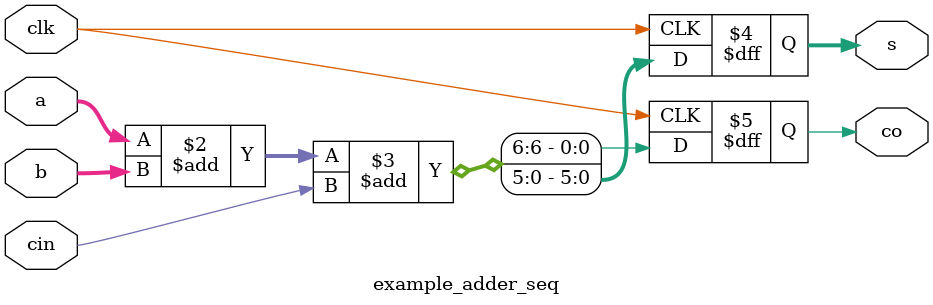
<source format=v>
module example_adder_seq #(
	parameter WIDTH = 6,
	localparam WIDTH_M1 = WIDTH - 1
)(
	input clk, // notice me!
	input [WIDTH_M1:0] a,
	input [WIDTH_M1:0] b,
	input cin,
	output reg [WIDTH_M1:0] s, 
	output reg co
);

always @(posedge clk) begin // notice me!
	{co,s} <= a + b + cin; 
end

endmodule
</source>
